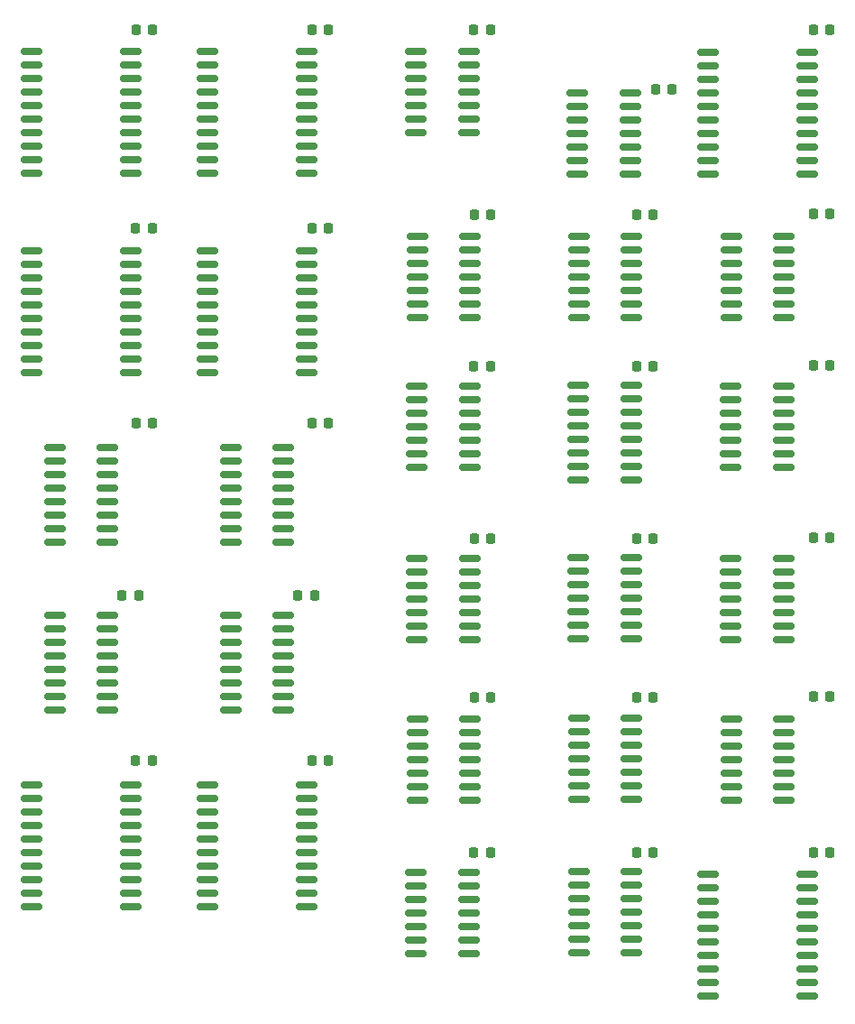
<source format=gbr>
G04 #@! TF.GenerationSoftware,KiCad,Pcbnew,(6.0.5)*
G04 #@! TF.CreationDate,2022-08-31T18:01:14+02:00*
G04 #@! TF.ProjectId,B1,42312e6b-6963-4616-945f-706362585858,rev?*
G04 #@! TF.SameCoordinates,Original*
G04 #@! TF.FileFunction,Paste,Top*
G04 #@! TF.FilePolarity,Positive*
%FSLAX46Y46*%
G04 Gerber Fmt 4.6, Leading zero omitted, Abs format (unit mm)*
G04 Created by KiCad (PCBNEW (6.0.5)) date 2022-08-31 18:01:14*
%MOMM*%
%LPD*%
G01*
G04 APERTURE LIST*
G04 Aperture macros list*
%AMRoundRect*
0 Rectangle with rounded corners*
0 $1 Rounding radius*
0 $2 $3 $4 $5 $6 $7 $8 $9 X,Y pos of 4 corners*
0 Add a 4 corners polygon primitive as box body*
4,1,4,$2,$3,$4,$5,$6,$7,$8,$9,$2,$3,0*
0 Add four circle primitives for the rounded corners*
1,1,$1+$1,$2,$3*
1,1,$1+$1,$4,$5*
1,1,$1+$1,$6,$7*
1,1,$1+$1,$8,$9*
0 Add four rect primitives between the rounded corners*
20,1,$1+$1,$2,$3,$4,$5,0*
20,1,$1+$1,$4,$5,$6,$7,0*
20,1,$1+$1,$6,$7,$8,$9,0*
20,1,$1+$1,$8,$9,$2,$3,0*%
G04 Aperture macros list end*
%ADD10RoundRect,0.225000X-0.225000X-0.250000X0.225000X-0.250000X0.225000X0.250000X-0.225000X0.250000X0*%
%ADD11RoundRect,0.150000X-0.825000X-0.150000X0.825000X-0.150000X0.825000X0.150000X-0.825000X0.150000X0*%
%ADD12RoundRect,0.150000X-0.875000X-0.150000X0.875000X-0.150000X0.875000X0.150000X-0.875000X0.150000X0*%
G04 APERTURE END LIST*
D10*
X150837600Y-79349600D03*
X152387600Y-79349600D03*
X135623000Y-66421000D03*
X137173000Y-66421000D03*
X182689200Y-124968000D03*
X184239200Y-124968000D03*
X150825200Y-47828200D03*
X152375200Y-47828200D03*
D11*
X160651420Y-81150600D03*
X160651420Y-82420600D03*
X160651420Y-83690600D03*
X160651420Y-84960600D03*
X160651420Y-86230600D03*
X160651420Y-87500600D03*
X160651420Y-88770600D03*
X160651420Y-90040600D03*
X165601420Y-90040600D03*
X165601420Y-88770600D03*
X165601420Y-87500600D03*
X165601420Y-86230600D03*
X165601420Y-84960600D03*
X165601420Y-83690600D03*
X165601420Y-82420600D03*
X165601420Y-81150600D03*
D10*
X135648400Y-47828200D03*
X137198400Y-47828200D03*
D11*
X111511411Y-87009200D03*
X111511411Y-88279200D03*
X111511411Y-89549200D03*
X111511411Y-90819200D03*
X111511411Y-92089200D03*
X111511411Y-93359200D03*
X111511411Y-94629200D03*
X111511411Y-95899200D03*
X116461411Y-95899200D03*
X116461411Y-94629200D03*
X116461411Y-93359200D03*
X116461411Y-92089200D03*
X116461411Y-90819200D03*
X116461411Y-89549200D03*
X116461411Y-88279200D03*
X116461411Y-87009200D03*
D10*
X166128400Y-110464600D03*
X167678400Y-110464600D03*
X135648400Y-84709000D03*
X137198400Y-84709000D03*
D12*
X125846411Y-68536700D03*
X125846411Y-69806700D03*
X125846411Y-71076700D03*
X125846411Y-72346700D03*
X125846411Y-73616700D03*
X125846411Y-74886700D03*
X125846411Y-76156700D03*
X125846411Y-77426700D03*
X125846411Y-78696700D03*
X125846411Y-79966700D03*
X135146411Y-79966700D03*
X135146411Y-78696700D03*
X135146411Y-77426700D03*
X135146411Y-76156700D03*
X135146411Y-74886700D03*
X135146411Y-73616700D03*
X135146411Y-72346700D03*
X135146411Y-71076700D03*
X135146411Y-69806700D03*
X135146411Y-68536700D03*
D10*
X119113000Y-47828200D03*
X120663000Y-47828200D03*
D11*
X175011411Y-112473074D03*
X175011411Y-113743074D03*
X175011411Y-115013074D03*
X175011411Y-116283074D03*
X175011411Y-117553074D03*
X175011411Y-118823074D03*
X175011411Y-120093074D03*
X179961411Y-120093074D03*
X179961411Y-118823074D03*
X179961411Y-117553074D03*
X179961411Y-116283074D03*
X179961411Y-115013074D03*
X179961411Y-113743074D03*
X179961411Y-112473074D03*
D12*
X172785611Y-49911000D03*
X172785611Y-51181000D03*
X172785611Y-52451000D03*
X172785611Y-53721000D03*
X172785611Y-54991000D03*
X172785611Y-56261000D03*
X172785611Y-57531000D03*
X172785611Y-58801000D03*
X172785611Y-60071000D03*
X172785611Y-61341000D03*
X182085611Y-61341000D03*
X182085611Y-60071000D03*
X182085611Y-58801000D03*
X182085611Y-57531000D03*
X182085611Y-56261000D03*
X182085611Y-54991000D03*
X182085611Y-53721000D03*
X182085611Y-52451000D03*
X182085611Y-51181000D03*
X182085611Y-49911000D03*
D10*
X182689200Y-110388400D03*
X184239200Y-110388400D03*
X119087600Y-116382800D03*
X120637600Y-116382800D03*
X150837600Y-125044200D03*
X152387600Y-125044200D03*
X135623000Y-116382800D03*
X137173000Y-116382800D03*
X119087600Y-66421000D03*
X120637600Y-66421000D03*
D11*
X128021411Y-87009200D03*
X128021411Y-88279200D03*
X128021411Y-89549200D03*
X128021411Y-90819200D03*
X128021411Y-92089200D03*
X128021411Y-93359200D03*
X128021411Y-94629200D03*
X128021411Y-95899200D03*
X132971411Y-95899200D03*
X132971411Y-94629200D03*
X132971411Y-93359200D03*
X132971411Y-92089200D03*
X132971411Y-90819200D03*
X132971411Y-89549200D03*
X132971411Y-88279200D03*
X132971411Y-87009200D03*
D10*
X182689200Y-79273400D03*
X184239200Y-79273400D03*
D12*
X125846411Y-118694200D03*
X125846411Y-119964200D03*
X125846411Y-121234200D03*
X125846411Y-122504200D03*
X125846411Y-123774200D03*
X125846411Y-125044200D03*
X125846411Y-126314200D03*
X125846411Y-127584200D03*
X125846411Y-128854200D03*
X125846411Y-130124200D03*
X135146411Y-130124200D03*
X135146411Y-128854200D03*
X135146411Y-127584200D03*
X135146411Y-126314200D03*
X135146411Y-125044200D03*
X135146411Y-123774200D03*
X135146411Y-122504200D03*
X135146411Y-121234200D03*
X135146411Y-119964200D03*
X135146411Y-118694200D03*
D11*
X160567600Y-53721000D03*
X160567600Y-54991000D03*
X160567600Y-56261000D03*
X160567600Y-57531000D03*
X160567600Y-58801000D03*
X160567600Y-60071000D03*
X160567600Y-61341000D03*
X165517600Y-61341000D03*
X165517600Y-60071000D03*
X165517600Y-58801000D03*
X165517600Y-57531000D03*
X165517600Y-56261000D03*
X165517600Y-54991000D03*
X165517600Y-53721000D03*
D10*
X134327600Y-100838000D03*
X135877600Y-100838000D03*
X167881000Y-53416200D03*
X169431000Y-53416200D03*
D11*
X175011411Y-67178179D03*
X175011411Y-68448179D03*
X175011411Y-69718179D03*
X175011411Y-70988179D03*
X175011411Y-72258179D03*
X175011411Y-73528179D03*
X175011411Y-74798179D03*
X179961411Y-74798179D03*
X179961411Y-73528179D03*
X179961411Y-72258179D03*
X179961411Y-70988179D03*
X179961411Y-69718179D03*
X179961411Y-68448179D03*
X179961411Y-67178179D03*
X174960611Y-97434400D03*
X174960611Y-98704400D03*
X174960611Y-99974400D03*
X174960611Y-101244400D03*
X174960611Y-102514400D03*
X174960611Y-103784400D03*
X174960611Y-105054400D03*
X179910611Y-105054400D03*
X179910611Y-103784400D03*
X179910611Y-102514400D03*
X179910611Y-101244400D03*
X179910611Y-99974400D03*
X179910611Y-98704400D03*
X179910611Y-97434400D03*
X145469581Y-81254600D03*
X145469581Y-82524600D03*
X145469581Y-83794600D03*
X145469581Y-85064600D03*
X145469581Y-86334600D03*
X145469581Y-87604600D03*
X145469581Y-88874600D03*
X150419581Y-88874600D03*
X150419581Y-87604600D03*
X150419581Y-86334600D03*
X150419581Y-85064600D03*
X150419581Y-83794600D03*
X150419581Y-82524600D03*
X150419581Y-81254600D03*
D10*
X150850600Y-95504000D03*
X152400600Y-95504000D03*
D11*
X160702220Y-67178179D03*
X160702220Y-68448179D03*
X160702220Y-69718179D03*
X160702220Y-70988179D03*
X160702220Y-72258179D03*
X160702220Y-73528179D03*
X160702220Y-74798179D03*
X165652220Y-74798179D03*
X165652220Y-73528179D03*
X165652220Y-72258179D03*
X165652220Y-70988179D03*
X165652220Y-69718179D03*
X165652220Y-68448179D03*
X165652220Y-67178179D03*
D10*
X182689200Y-95427800D03*
X184239200Y-95427800D03*
D11*
X160702220Y-126822200D03*
X160702220Y-128092200D03*
X160702220Y-129362200D03*
X160702220Y-130632200D03*
X160702220Y-131902200D03*
X160702220Y-133172200D03*
X160702220Y-134442200D03*
X165652220Y-134442200D03*
X165652220Y-133172200D03*
X165652220Y-131902200D03*
X165652220Y-130632200D03*
X165652220Y-129362200D03*
X165652220Y-128092200D03*
X165652220Y-126822200D03*
D10*
X166128400Y-125044200D03*
X167678400Y-125044200D03*
D11*
X145411161Y-49846000D03*
X145411161Y-51116000D03*
X145411161Y-52386000D03*
X145411161Y-53656000D03*
X145411161Y-54926000D03*
X145411161Y-56196000D03*
X145411161Y-57466000D03*
X150361161Y-57466000D03*
X150361161Y-56196000D03*
X150361161Y-54926000D03*
X150361161Y-53656000D03*
X150361161Y-52386000D03*
X150361161Y-51116000D03*
X150361161Y-49846000D03*
X174960611Y-81254600D03*
X174960611Y-82524600D03*
X174960611Y-83794600D03*
X174960611Y-85064600D03*
X174960611Y-86334600D03*
X174960611Y-87604600D03*
X174960611Y-88874600D03*
X179910611Y-88874600D03*
X179910611Y-87604600D03*
X179910611Y-86334600D03*
X179910611Y-85064600D03*
X179910611Y-83794600D03*
X179910611Y-82524600D03*
X179910611Y-81254600D03*
D12*
X172785611Y-127076200D03*
X172785611Y-128346200D03*
X172785611Y-129616200D03*
X172785611Y-130886200D03*
X172785611Y-132156200D03*
X172785611Y-133426200D03*
X172785611Y-134696200D03*
X172785611Y-135966200D03*
X172785611Y-137236200D03*
X172785611Y-138506200D03*
X182085611Y-138506200D03*
X182085611Y-137236200D03*
X182085611Y-135966200D03*
X182085611Y-134696200D03*
X182085611Y-133426200D03*
X182085611Y-132156200D03*
X182085611Y-130886200D03*
X182085611Y-129616200D03*
X182085611Y-128346200D03*
X182085611Y-127076200D03*
X109336411Y-118694200D03*
X109336411Y-119964200D03*
X109336411Y-121234200D03*
X109336411Y-122504200D03*
X109336411Y-123774200D03*
X109336411Y-125044200D03*
X109336411Y-126314200D03*
X109336411Y-127584200D03*
X109336411Y-128854200D03*
X109336411Y-130124200D03*
X118636411Y-130124200D03*
X118636411Y-128854200D03*
X118636411Y-127584200D03*
X118636411Y-126314200D03*
X118636411Y-125044200D03*
X118636411Y-123774200D03*
X118636411Y-122504200D03*
X118636411Y-121234200D03*
X118636411Y-119964200D03*
X118636411Y-118694200D03*
D10*
X117817600Y-100863400D03*
X119367600Y-100863400D03*
D11*
X160651420Y-97345400D03*
X160651420Y-98615400D03*
X160651420Y-99885400D03*
X160651420Y-101155400D03*
X160651420Y-102425400D03*
X160651420Y-103695400D03*
X160651420Y-104965400D03*
X165601420Y-104965400D03*
X165601420Y-103695400D03*
X165601420Y-102425400D03*
X165601420Y-101155400D03*
X165601420Y-99885400D03*
X165601420Y-98615400D03*
X165601420Y-97345400D03*
X145469581Y-97434400D03*
X145469581Y-98704400D03*
X145469581Y-99974400D03*
X145469581Y-101244400D03*
X145469581Y-102514400D03*
X145469581Y-103784400D03*
X145469581Y-105054400D03*
X150419581Y-105054400D03*
X150419581Y-103784400D03*
X150419581Y-102514400D03*
X150419581Y-101244400D03*
X150419581Y-99974400D03*
X150419581Y-98704400D03*
X150419581Y-97434400D03*
X111511411Y-102761700D03*
X111511411Y-104031700D03*
X111511411Y-105301700D03*
X111511411Y-106571700D03*
X111511411Y-107841700D03*
X111511411Y-109111700D03*
X111511411Y-110381700D03*
X111511411Y-111651700D03*
X116461411Y-111651700D03*
X116461411Y-110381700D03*
X116461411Y-109111700D03*
X116461411Y-107841700D03*
X116461411Y-106571700D03*
X116461411Y-105301700D03*
X116461411Y-104031700D03*
X116461411Y-102761700D03*
D10*
X166128400Y-79349600D03*
X167678400Y-79349600D03*
D11*
X145520381Y-112473074D03*
X145520381Y-113743074D03*
X145520381Y-115013074D03*
X145520381Y-116283074D03*
X145520381Y-117553074D03*
X145520381Y-118823074D03*
X145520381Y-120093074D03*
X150470381Y-120093074D03*
X150470381Y-118823074D03*
X150470381Y-117553074D03*
X150470381Y-116283074D03*
X150470381Y-115013074D03*
X150470381Y-113743074D03*
X150470381Y-112473074D03*
D12*
X125795611Y-49860200D03*
X125795611Y-51130200D03*
X125795611Y-52400200D03*
X125795611Y-53670200D03*
X125795611Y-54940200D03*
X125795611Y-56210200D03*
X125795611Y-57480200D03*
X125795611Y-58750200D03*
X125795611Y-60020200D03*
X125795611Y-61290200D03*
X135095611Y-61290200D03*
X135095611Y-60020200D03*
X135095611Y-58750200D03*
X135095611Y-57480200D03*
X135095611Y-56210200D03*
X135095611Y-54940200D03*
X135095611Y-53670200D03*
X135095611Y-52400200D03*
X135095611Y-51130200D03*
X135095611Y-49860200D03*
D11*
X160702220Y-112384074D03*
X160702220Y-113654074D03*
X160702220Y-114924074D03*
X160702220Y-116194074D03*
X160702220Y-117464074D03*
X160702220Y-118734074D03*
X160702220Y-120004074D03*
X165652220Y-120004074D03*
X165652220Y-118734074D03*
X165652220Y-117464074D03*
X165652220Y-116194074D03*
X165652220Y-114924074D03*
X165652220Y-113654074D03*
X165652220Y-112384074D03*
X145411161Y-126911200D03*
X145411161Y-128181200D03*
X145411161Y-129451200D03*
X145411161Y-130721200D03*
X145411161Y-131991200D03*
X145411161Y-133261200D03*
X145411161Y-134531200D03*
X150361161Y-134531200D03*
X150361161Y-133261200D03*
X150361161Y-131991200D03*
X150361161Y-130721200D03*
X150361161Y-129451200D03*
X150361161Y-128181200D03*
X150361161Y-126911200D03*
D10*
X119113000Y-84709000D03*
X120663000Y-84709000D03*
X182689200Y-65049400D03*
X184239200Y-65049400D03*
X182689200Y-47752000D03*
X184239200Y-47752000D03*
X166128400Y-65125600D03*
X167678400Y-65125600D03*
D12*
X109336411Y-68536700D03*
X109336411Y-69806700D03*
X109336411Y-71076700D03*
X109336411Y-72346700D03*
X109336411Y-73616700D03*
X109336411Y-74886700D03*
X109336411Y-76156700D03*
X109336411Y-77426700D03*
X109336411Y-78696700D03*
X109336411Y-79966700D03*
X118636411Y-79966700D03*
X118636411Y-78696700D03*
X118636411Y-77426700D03*
X118636411Y-76156700D03*
X118636411Y-74886700D03*
X118636411Y-73616700D03*
X118636411Y-72346700D03*
X118636411Y-71076700D03*
X118636411Y-69806700D03*
X118636411Y-68536700D03*
D11*
X145520381Y-67178179D03*
X145520381Y-68448179D03*
X145520381Y-69718179D03*
X145520381Y-70988179D03*
X145520381Y-72258179D03*
X145520381Y-73528179D03*
X145520381Y-74798179D03*
X150470381Y-74798179D03*
X150470381Y-73528179D03*
X150470381Y-72258179D03*
X150470381Y-70988179D03*
X150470381Y-69718179D03*
X150470381Y-68448179D03*
X150470381Y-67178179D03*
X128021411Y-102761700D03*
X128021411Y-104031700D03*
X128021411Y-105301700D03*
X128021411Y-106571700D03*
X128021411Y-107841700D03*
X128021411Y-109111700D03*
X128021411Y-110381700D03*
X128021411Y-111651700D03*
X132971411Y-111651700D03*
X132971411Y-110381700D03*
X132971411Y-109111700D03*
X132971411Y-107841700D03*
X132971411Y-106571700D03*
X132971411Y-105301700D03*
X132971411Y-104031700D03*
X132971411Y-102761700D03*
D10*
X150850600Y-65125600D03*
X152400600Y-65125600D03*
X166128400Y-95504000D03*
X167678400Y-95504000D03*
X150850600Y-110464600D03*
X152400600Y-110464600D03*
D12*
X109285611Y-49860200D03*
X109285611Y-51130200D03*
X109285611Y-52400200D03*
X109285611Y-53670200D03*
X109285611Y-54940200D03*
X109285611Y-56210200D03*
X109285611Y-57480200D03*
X109285611Y-58750200D03*
X109285611Y-60020200D03*
X109285611Y-61290200D03*
X118585611Y-61290200D03*
X118585611Y-60020200D03*
X118585611Y-58750200D03*
X118585611Y-57480200D03*
X118585611Y-56210200D03*
X118585611Y-54940200D03*
X118585611Y-53670200D03*
X118585611Y-52400200D03*
X118585611Y-51130200D03*
X118585611Y-49860200D03*
M02*

</source>
